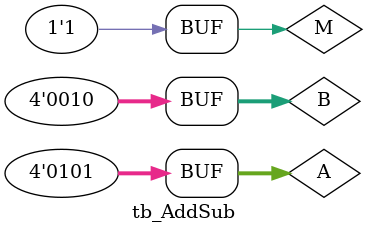
<source format=v>
`timescale 10ns/1ps

module tb_AddSub();

reg [3:0] A, B;
reg  M;


wire [3:0] S;
wire C, V;

addSub myAdd(A, B, M, S, C, V);

initial begin
    // 4 + 7
    A = 4; B = 7; M = 0; #10

    // 13 + 12
    A = 13; B = 12; M = 0; #10

    // 13 - 5
    A = 13; B = 5; M = 1; #10

    // 5 - 2
    A = 5; B = 2; M = 1; #10;
end
endmodule
</source>
